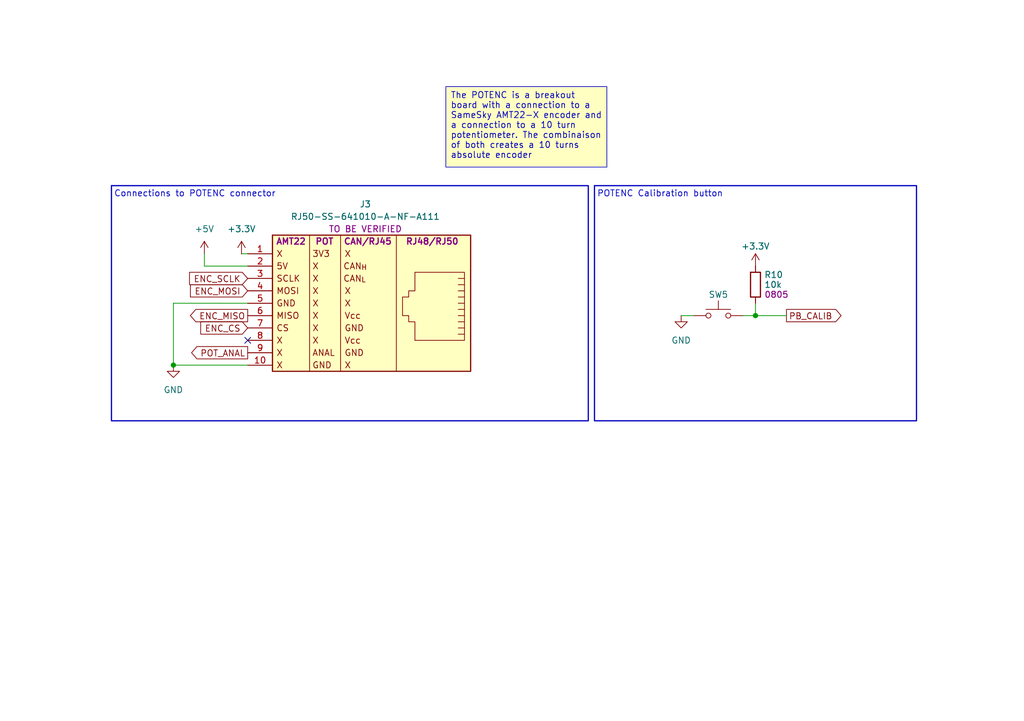
<source format=kicad_sch>
(kicad_sch (version 20231120) (generator "eeschema") (generator_version "8.0")
  (paper "A5")
  (title_block (title "ARM-JL Driver") (date "2025-02-03") (rev "REV0") (company "RobotiqueUdeS") (comment 1 "Made by Philippe Michaud"))
  (lib_symbols
    (symbol "RoverLibrary:RJ50-SS-641010-A-NF-A111" (pin_names (offset 1.016))
      (property "Reference" "J" (at 0 9.144 0))
      (property "Value" "RJ50-SS-641010-A-NF-A111" (at 0 6.858 0))
      (property "STATUS" "TO BE VERIFIED" (at 0.254 11.43 0))
      (symbol "RJ50-SS-641010-A-NF-A111_0_1"
        (polyline (pts (xy -11.43 3.81) (xy -11.43 -24.13)))
        (polyline (pts (xy -5.08 3.81) (xy -5.08 -24.13)))
        (polyline (pts (xy 6.35 3.81) (xy 6.35 -24.13)))
        (polyline (pts (xy 19.05 -6.35) (xy 20.32 -6.35)))
        (polyline (pts (xy 19.05 -5.08) (xy 20.32 -5.08)))
        (polyline (pts (xy 19.05 -7.62) (xy 20.32 -7.62) (xy 20.32 -7.62)))
        (polyline (pts (xy 20.32 -16.51) (xy 19.05 -16.51) (xy 19.05 -16.51)))
        (polyline (pts (xy 20.32 -15.24) (xy 19.05 -15.24) (xy 19.05 -15.24)))
        (polyline (pts (xy 20.32 -13.97) (xy 19.05 -13.97) (xy 19.05 -13.97)))
        (polyline (pts (xy 20.32 -12.7) (xy 19.05 -12.7) (xy 19.05 -12.7)))
        (polyline (pts (xy 20.32 -11.43) (xy 19.05 -11.43) (xy 19.05 -11.43)))
        (polyline (pts (xy 20.32 -10.16) (xy 19.05 -10.16) (xy 19.05 -10.16)))
        (polyline (pts (xy 20.32 -8.89) (xy 19.05 -8.89) (xy 19.05 -8.89)))
        (polyline (pts (xy 20.32 -17.78) (xy 20.32 -3.81) (xy 10.16 -3.81) (xy 10.16 -7.62) (xy 8.89 -7.62) (xy 8.89 -8.89) (xy 7.62 -8.89) (xy 7.62 -12.7) (xy 8.89 -12.7) (xy 8.89 -13.97) (xy 10.16 -13.97) (xy 10.16 -17.78) (xy 20.32 -17.78) (xy 20.32 -16.51)))
      )
      (symbol "RJ50-SS-641010-A-NF-A111_1_1"
        (rectangle (start -19.05 3.81) (end 21.59 -24.13) (stroke (width 0.254)) (fill (type background)))
        (text "3V3" (at -10.922 0 0) (effects (font (size 1.27 1.27)) (justify left)))
        (text "5V" (at -18.288 -2.54 0) (effects (font (size 1.27 1.27)) (justify left)))
        (text "AMT22" (at -15.24 2.54 0) (effects (font (size 1.27 1.27) (thickness 0.254) (bold yes))))
        (text "ANAL" (at -10.922 -20.32 0) (effects (font (size 1.27 1.27)) (justify left)))
        (text "CAN/RJ45" (at 0.508 2.54 0) (effects (font (size 1.27 1.27) (thickness 0.254) (bold yes))))
        (text "CAN_{H}" (at -4.572 -2.54 0) (effects (font (size 1.27 1.27)) (justify left)))
        (text "CAN_{L}" (at -4.572 -5.08 0) (effects (font (size 1.27 1.27)) (justify left)))
        (text "CS" (at -18.288 -15.24 0) (effects (font (size 1.27 1.27)) (justify left)))
        (text "GND" (at -18.288 -10.16 0) (effects (font (size 1.27 1.27)) (justify left)))
        (text "GND" (at -10.922 -22.86 0) (effects (font (size 1.27 1.27)) (justify left)))
        (text "GND" (at -4.318 -20.32 0) (effects (font (size 1.27 1.27)) (justify left)))
        (text "GND" (at -4.318 -15.24 0) (effects (font (size 1.27 1.27)) (justify left)))
        (text "MISO" (at -18.288 -12.7 0) (effects (font (size 1.27 1.27)) (justify left)))
        (text "MOSI" (at -18.288 -7.62 0) (effects (font (size 1.27 1.27)) (justify left)))
        (text "POT" (at -8.382 2.54 0) (effects (font (size 1.27 1.27) (thickness 0.254) (bold yes))))
        (text "RJ48/RJ50" (at 13.716 2.54 0) (effects (font (size 1.27 1.27) (thickness 0.254) (bold yes))))
        (text "SCLK" (at -18.288 -5.08 0) (effects (font (size 1.27 1.27)) (justify left)))
        (text "Vcc" (at -4.318 -17.78 0) (effects (font (size 1.27 1.27)) (justify left)))
        (text "Vcc" (at -4.318 -12.7 0) (effects (font (size 1.27 1.27)) (justify left)))
        (text "X" (at -18.288 -22.86 0) (effects (font (size 1.27 1.27)) (justify left)))
        (text "X" (at -18.288 -20.32 0) (effects (font (size 1.27 1.27)) (justify left)))
        (text "X" (at -18.288 -17.78 0) (effects (font (size 1.27 1.27)) (justify left)))
        (text "X" (at -18.288 0 0) (effects (font (size 1.27 1.27)) (justify left)))
        (text "X" (at -10.922 -17.78 0) (effects (font (size 1.27 1.27)) (justify left)))
        (text "X" (at -10.922 -15.24 0) (effects (font (size 1.27 1.27)) (justify left)))
        (text "X" (at -10.922 -12.7 0) (effects (font (size 1.27 1.27)) (justify left)))
        (text "X" (at -10.922 -10.16 0) (effects (font (size 1.27 1.27)) (justify left)))
        (text "X" (at -10.922 -7.62 0) (effects (font (size 1.27 1.27)) (justify left)))
        (text "X" (at -10.922 -5.08 0) (effects (font (size 1.27 1.27)) (justify left)))
        (text "X" (at -10.922 -2.54 0) (effects (font (size 1.27 1.27)) (justify left)))
        (text "X" (at -4.318 -22.86 0) (effects (font (size 1.27 1.27)) (justify left)))
        (text "X" (at -4.318 -10.16 0) (effects (font (size 1.27 1.27)) (justify left)))
        (text "X" (at -4.318 -7.62 0) (effects (font (size 1.27 1.27)) (justify left)))
        (text "X" (at -4.318 0 0) (effects (font (size 1.27 1.27)) (justify left)))
        (pin passive line (at -24.13 0 0) (length 5.08) (name "") (number "1"))
        (pin passive line (at -24.13 -22.86 0) (length 5.08) (name "") (number "10"))
        (pin passive line (at -24.13 -2.54 0) (length 5.08) (name "") (number "2"))
        (pin passive line (at -24.13 -5.08 0) (length 5.08) (name "") (number "3"))
        (pin passive line (at -24.13 -7.62 0) (length 5.08) (name "") (number "4"))
        (pin passive line (at -24.13 -10.16 0) (length 5.08) (name "") (number "5"))
        (pin passive line (at -24.13 -12.7 0) (length 5.08) (name "") (number "6"))
        (pin passive line (at -24.13 -15.24 0) (length 5.08) (name "") (number "7"))
        (pin passive line (at -24.13 -17.78 0) (length 5.08) (name "") (number "8"))
        (pin passive line (at -24.13 -20.32 0) (length 5.08) (name "") (number "9"))
      )
    )
    (symbol "RoverLibrary:R_0805" (pin_numbers hide) (pin_names (offset 0))
      (property "Reference" "R" (at 2.032 0 90))
      (property "Value" "k" (at 0 0 90))
      (property "Package" "0805" (at -2.286 0 90))
      (symbol "R_0805_0_1"
        (rectangle (start -1.016 -2.54) (end 1.016 2.54) (stroke (width 0.254)))
      )
      (symbol "R_0805_1_1"
        (pin passive line (at 0 3.81 270) (length 1.27) (name "~") (number "1"))
        (pin passive line (at 0 -3.81 90) (length 1.27) (name "~") (number "2"))
      )
    )
    (symbol "RoverLibrary:SW-PTS815SJM250SMTRLFS" (pin_numbers hide) (pin_names (offset 1.016) hide)
      (property "Reference" "SW" (at 0 4.318 0))
      (symbol "SW-PTS815SJM250SMTRLFS_0_1"
        (circle (center -2.032 0) (radius 0.508))
        (polyline (pts (xy 0 1.27) (xy 0 3.048)))
        (polyline (pts (xy 2.54 1.27) (xy -2.54 1.27)))
        (circle (center 2.032 0) (radius 0.508))
      )
      (symbol "SW-PTS815SJM250SMTRLFS_1_1"
        (pin passive line (at -5.08 0 0) (length 2.54) (name "") (number "1"))
        (pin passive line (at -5.08 0 0) (length 2.54) hide (name "") (number "2"))
        (pin no_connect line (at 5.08 -2.54 180) (length 2.54) hide (name "NC") (number "3"))
        (pin passive line (at 5.08 0 180) (length 2.54) (name "") (number "4"))
      )
    )
    (symbol "power:+3.3V" (power) (pin_numbers hide) (pin_names (offset 0) hide)
      (property "Value" "+3.3V" (at 0 3.556 0))
      (symbol "+3.3V_0_1"
        (polyline (pts (xy -0.762 1.27) (xy 0 2.54)))
        (polyline (pts (xy 0 0) (xy 0 2.54)))
        (polyline (pts (xy 0 2.54) (xy 0.762 1.27)))
      )
      (symbol "+3.3V_1_1"
        (pin power_in line (at 0 0 90) (length 0) (name "~") (number "1"))
      )
    )
    (symbol "power:+5V" (power) (pin_numbers hide) (pin_names (offset 0) hide)
      (property "Value" "+5V" (at 0 3.556 0))
      (symbol "+5V_0_1"
        (polyline (pts (xy -0.762 1.27) (xy 0 2.54)))
        (polyline (pts (xy 0 0) (xy 0 2.54)))
        (polyline (pts (xy 0 2.54) (xy 0.762 1.27)))
      )
      (symbol "+5V_1_1"
        (pin power_in line (at 0 0 90) (length 0) (name "~") (number "1"))
      )
    )
    (symbol "power:GND" (power) (pin_numbers hide) (pin_names (offset 0) hide)
      (property "Value" "GND" (at 0 -3.81 0))
      (symbol "GND_0_1"
        (polyline (pts (xy 0 0) (xy 0 -1.27) (xy 1.27 -1.27) (xy 0 -2.54) (xy -1.27 -1.27) (xy 0 -1.27)))
      )
      (symbol "GND_1_1"
        (pin power_in line (at 0 0 270) (length 0) (name "~") (number "1"))
      )
    )
  )
  (junction (at 35.56 74.93))
  (junction (at 154.94 64.77))
  (no_connect (at 50.8 69.85))
  (wire (pts (xy 152.4 64.77) (xy 154.94 64.77)))
  (wire (pts (xy 35.56 74.93) (xy 50.8 74.93)))
  (wire (pts (xy 154.94 62.23) (xy 154.94 64.77)))
  (wire (pts (xy 41.91 54.61) (xy 50.8 54.61)))
  (wire (pts (xy 41.91 52.07) (xy 41.91 54.61)))
  (wire (pts (xy 49.53 52.07) (xy 50.8 52.07)))
  (wire (pts (xy 154.94 64.77) (xy 161.29 64.77)))
  (wire (pts (xy 50.8 62.23) (xy 35.56 62.23)))
  (wire (pts (xy 35.56 62.23) (xy 35.56 74.93)))
  (wire (pts (xy 139.7 64.77) (xy 142.24 64.77)))
  (rectangle (start 121.92 38.1) (end 187.96 86.36) (stroke (width 0.254)))
  (rectangle (start 22.86 38.1) (end 120.65 86.36) (stroke (width 0.254)))
  (text_box "The POTENC is a breakout board with a connection to a SameSky AMT22-X encoder and a connection to a 10 turn potentiometer. The combinaison of both creates a 10 turns absolute encoder" (at 91.44 17.78 0) (size 33.02 16.51) (fill (type color) (color 255 255 194 1)) (effects (font (size 1.27 1.27)) (justify left top)))
  (text "Connections to POTENC connector" (at 23.368 39.878 0) (effects (font (size 1.27 1.27)) (justify left)))
  (text "POTENC Calibration button" (at 122.428 39.878 0) (effects (font (size 1.27 1.27)) (justify left)))
  (global_label "ENC_MOSI" (shape input) (at 50.8 59.69 180) (property "Intersheetrefs" "${INTERSHEET_REFS}" (effects (hide yes))))
  (global_label "ENC_CS" (shape input) (at 50.8 67.31 180) (property "Intersheetrefs" "${INTERSHEET_REFS}" (effects (hide yes))))
  (global_label "PB_CALIB" (shape output) (at 161.29 64.77 0) (property "Intersheetrefs" "${INTERSHEET_REFS}" (effects (hide yes))))
  (global_label "ENC_SCLK" (shape input) (at 50.8 57.15 180) (property "Intersheetrefs" "${INTERSHEET_REFS}" (effects (hide yes))))
  (global_label "POT_ANAL" (shape output) (at 50.8 72.39 180) (property "Intersheetrefs" "${INTERSHEET_REFS}" (effects (hide yes))))
  (global_label "ENC_MISO" (shape output) (at 50.8 64.77 180) (property "Intersheetrefs" "${INTERSHEET_REFS}" (effects (hide yes))))
  (symbol (lib_id "RoverLibrary:R_0805") (at 154.94 58.42 180) (unit 1)
    (property "Reference" "R10" (at 156.718 56.388 0) (effects (justify right)))
    (property "Value" "10k" (at 156.718 58.42 0) (effects (justify right)))
    (property "Footprint" "Resistor_SMD:R_0805_2012Metric_Pad1.20x1.40mm_HandSolder" (effects (hide yes)))
    (property "Description" "Resistor" (effects (hide yes)))
    (property "Package" "0805" (at 156.718 60.452 0) (effects (justify right)))
  )
  (symbol (lib_id "RoverLibrary:RJ50-SS-641010-A-NF-A111") (at 74.93 52.07 0) (unit 1)
    (property "Reference" "J3" (at 74.93 41.91 0))
    (property "Value" "RJ50-SS-641010-A-NF-A111" (at 74.93 44.45 0))
    (property "Footprint" "RoverFootprint:RJ50-SS-641010-A-NF-A111" (effects (hide yes)))
    (property "Description" "RJ connector, 10P10C (10 positions 10 connected), RJ48/RJ50" (effects (hide yes)))
    (property "STATUS" "TO BE VERIFIED" (at 74.93 46.99 0))
  )
  (symbol (lib_id "RoverLibrary:SW-PTS815SJM250SMTRLFS") (at 147.32 64.77 0) (unit 1)
    (property "Reference" "SW5" (at 145.288 60.452 0) (effects (justify left)))
    (property "Value" "SW-PTS815SJM250SMTRLFS" (effects (hide yes)))
    (property "Footprint" "RoverFootprint:SW-PTS815 SJM250SMTRLFS" (effects (hide yes)))
    (property "Datasheet" "https://www.ckswitches.com/media/2728/pts815.pdf" (effects (hide yes)))
    (property "Description" "Push button switch" (effects (hide yes)))
  )
  (symbol (lib_id "power:+5V") (at 41.91 52.07 0) (unit 1)
    (property "Reference" "#PWR031" (effects (hide yes)))
    (property "Value" "+5V" (at 41.91 46.99 0))
    (property "Description" "Power symbol creates a global label with name \"+5V\"" (effects (hide yes)))
  )
  (symbol (lib_id "power:+3.3V") (at 154.94 54.61 0) (unit 1)
    (property "Reference" "#PWR045" (effects (hide yes)))
    (property "Value" "+3.3V" (at 154.94 50.546 0))
    (property "Description" "Power symbol creates a global label with name \"+3.3V\"" (effects (hide yes)))
  )
  (symbol (lib_id "power:GND") (at 35.56 74.93 0) (unit 1)
    (property "Reference" "#PWR033" (effects (hide yes)))
    (property "Value" "GND" (at 35.56 80.01 0))
    (property "Description" "Power symbol creates a global label with name \"GND\" , ground" (effects (hide yes)))
  )
  (symbol (lib_id "power:GND") (at 139.7 64.77 0) (unit 1)
    (property "Reference" "#PWR044" (effects (hide yes)))
    (property "Value" "GND" (at 139.7 69.85 0))
    (property "Description" "Power symbol creates a global label with name \"GND\" , ground" (effects (hide yes)))
  )
  (symbol (lib_id "power:+3.3V") (at 49.53 52.07 0) (unit 1)
    (property "Reference" "#PWR030" (effects (hide yes)))
    (property "Value" "+3.3V" (at 49.53 46.99 0))
    (property "Description" "Power symbol creates a global label with name \"+3.3V\"" (effects (hide yes)))
  )
)
</source>
